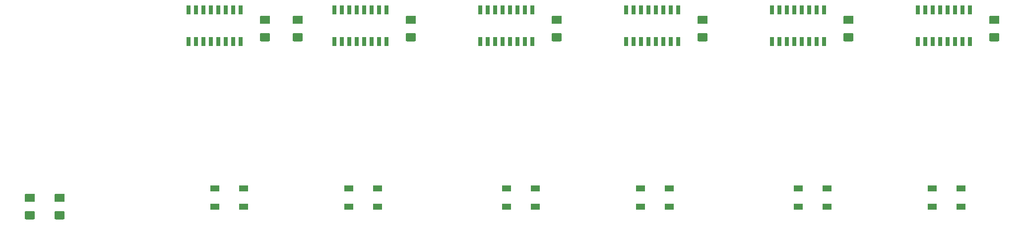
<source format=gbr>
G04 #@! TF.GenerationSoftware,KiCad,Pcbnew,(5.1.4)-1*
G04 #@! TF.CreationDate,2020-02-10T21:29:39-05:00*
G04 #@! TF.ProjectId,xmas,786d6173-2e6b-4696-9361-645f70636258,rev?*
G04 #@! TF.SameCoordinates,Original*
G04 #@! TF.FileFunction,Paste,Top*
G04 #@! TF.FilePolarity,Positive*
%FSLAX46Y46*%
G04 Gerber Fmt 4.6, Leading zero omitted, Abs format (unit mm)*
G04 Created by KiCad (PCBNEW (5.1.4)-1) date 2020-02-10 21:29:39*
%MOMM*%
%LPD*%
G04 APERTURE LIST*
%ADD10R,0.650000X1.525000*%
%ADD11C,0.100000*%
%ADD12C,1.425000*%
%ADD13R,1.500000X1.000000*%
G04 APERTURE END LIST*
D10*
X80391000Y-64688000D03*
X81661000Y-64688000D03*
X82931000Y-64688000D03*
X84201000Y-64688000D03*
X85471000Y-64688000D03*
X86741000Y-64688000D03*
X88011000Y-64688000D03*
X89281000Y-64688000D03*
X89281000Y-59264000D03*
X88011000Y-59264000D03*
X86741000Y-59264000D03*
X85471000Y-59264000D03*
X84201000Y-59264000D03*
X82931000Y-59264000D03*
X81661000Y-59264000D03*
X80391000Y-59264000D03*
D11*
G36*
X69229504Y-63260204D02*
G01*
X69253773Y-63263804D01*
X69277571Y-63269765D01*
X69300671Y-63278030D01*
X69322849Y-63288520D01*
X69343893Y-63301133D01*
X69363598Y-63315747D01*
X69381777Y-63332223D01*
X69398253Y-63350402D01*
X69412867Y-63370107D01*
X69425480Y-63391151D01*
X69435970Y-63413329D01*
X69444235Y-63436429D01*
X69450196Y-63460227D01*
X69453796Y-63484496D01*
X69455000Y-63509000D01*
X69455000Y-64434000D01*
X69453796Y-64458504D01*
X69450196Y-64482773D01*
X69444235Y-64506571D01*
X69435970Y-64529671D01*
X69425480Y-64551849D01*
X69412867Y-64572893D01*
X69398253Y-64592598D01*
X69381777Y-64610777D01*
X69363598Y-64627253D01*
X69343893Y-64641867D01*
X69322849Y-64654480D01*
X69300671Y-64664970D01*
X69277571Y-64673235D01*
X69253773Y-64679196D01*
X69229504Y-64682796D01*
X69205000Y-64684000D01*
X67955000Y-64684000D01*
X67930496Y-64682796D01*
X67906227Y-64679196D01*
X67882429Y-64673235D01*
X67859329Y-64664970D01*
X67837151Y-64654480D01*
X67816107Y-64641867D01*
X67796402Y-64627253D01*
X67778223Y-64610777D01*
X67761747Y-64592598D01*
X67747133Y-64572893D01*
X67734520Y-64551849D01*
X67724030Y-64529671D01*
X67715765Y-64506571D01*
X67709804Y-64482773D01*
X67706204Y-64458504D01*
X67705000Y-64434000D01*
X67705000Y-63509000D01*
X67706204Y-63484496D01*
X67709804Y-63460227D01*
X67715765Y-63436429D01*
X67724030Y-63413329D01*
X67734520Y-63391151D01*
X67747133Y-63370107D01*
X67761747Y-63350402D01*
X67778223Y-63332223D01*
X67796402Y-63315747D01*
X67816107Y-63301133D01*
X67837151Y-63288520D01*
X67859329Y-63278030D01*
X67882429Y-63269765D01*
X67906227Y-63263804D01*
X67930496Y-63260204D01*
X67955000Y-63259000D01*
X69205000Y-63259000D01*
X69229504Y-63260204D01*
X69229504Y-63260204D01*
G37*
D12*
X68580000Y-63971500D03*
D11*
G36*
X69229504Y-60285204D02*
G01*
X69253773Y-60288804D01*
X69277571Y-60294765D01*
X69300671Y-60303030D01*
X69322849Y-60313520D01*
X69343893Y-60326133D01*
X69363598Y-60340747D01*
X69381777Y-60357223D01*
X69398253Y-60375402D01*
X69412867Y-60395107D01*
X69425480Y-60416151D01*
X69435970Y-60438329D01*
X69444235Y-60461429D01*
X69450196Y-60485227D01*
X69453796Y-60509496D01*
X69455000Y-60534000D01*
X69455000Y-61459000D01*
X69453796Y-61483504D01*
X69450196Y-61507773D01*
X69444235Y-61531571D01*
X69435970Y-61554671D01*
X69425480Y-61576849D01*
X69412867Y-61597893D01*
X69398253Y-61617598D01*
X69381777Y-61635777D01*
X69363598Y-61652253D01*
X69343893Y-61666867D01*
X69322849Y-61679480D01*
X69300671Y-61689970D01*
X69277571Y-61698235D01*
X69253773Y-61704196D01*
X69229504Y-61707796D01*
X69205000Y-61709000D01*
X67955000Y-61709000D01*
X67930496Y-61707796D01*
X67906227Y-61704196D01*
X67882429Y-61698235D01*
X67859329Y-61689970D01*
X67837151Y-61679480D01*
X67816107Y-61666867D01*
X67796402Y-61652253D01*
X67778223Y-61635777D01*
X67761747Y-61617598D01*
X67747133Y-61597893D01*
X67734520Y-61576849D01*
X67724030Y-61554671D01*
X67715765Y-61531571D01*
X67709804Y-61507773D01*
X67706204Y-61483504D01*
X67705000Y-61459000D01*
X67705000Y-60534000D01*
X67706204Y-60509496D01*
X67709804Y-60485227D01*
X67715765Y-60461429D01*
X67724030Y-60438329D01*
X67734520Y-60416151D01*
X67747133Y-60395107D01*
X67761747Y-60375402D01*
X67778223Y-60357223D01*
X67796402Y-60340747D01*
X67816107Y-60326133D01*
X67837151Y-60313520D01*
X67859329Y-60303030D01*
X67882429Y-60294765D01*
X67906227Y-60288804D01*
X67930496Y-60285204D01*
X67955000Y-60284000D01*
X69205000Y-60284000D01*
X69229504Y-60285204D01*
X69229504Y-60285204D01*
G37*
D12*
X68580000Y-60996500D03*
D11*
G36*
X94121504Y-60285204D02*
G01*
X94145773Y-60288804D01*
X94169571Y-60294765D01*
X94192671Y-60303030D01*
X94214849Y-60313520D01*
X94235893Y-60326133D01*
X94255598Y-60340747D01*
X94273777Y-60357223D01*
X94290253Y-60375402D01*
X94304867Y-60395107D01*
X94317480Y-60416151D01*
X94327970Y-60438329D01*
X94336235Y-60461429D01*
X94342196Y-60485227D01*
X94345796Y-60509496D01*
X94347000Y-60534000D01*
X94347000Y-61459000D01*
X94345796Y-61483504D01*
X94342196Y-61507773D01*
X94336235Y-61531571D01*
X94327970Y-61554671D01*
X94317480Y-61576849D01*
X94304867Y-61597893D01*
X94290253Y-61617598D01*
X94273777Y-61635777D01*
X94255598Y-61652253D01*
X94235893Y-61666867D01*
X94214849Y-61679480D01*
X94192671Y-61689970D01*
X94169571Y-61698235D01*
X94145773Y-61704196D01*
X94121504Y-61707796D01*
X94097000Y-61709000D01*
X92847000Y-61709000D01*
X92822496Y-61707796D01*
X92798227Y-61704196D01*
X92774429Y-61698235D01*
X92751329Y-61689970D01*
X92729151Y-61679480D01*
X92708107Y-61666867D01*
X92688402Y-61652253D01*
X92670223Y-61635777D01*
X92653747Y-61617598D01*
X92639133Y-61597893D01*
X92626520Y-61576849D01*
X92616030Y-61554671D01*
X92607765Y-61531571D01*
X92601804Y-61507773D01*
X92598204Y-61483504D01*
X92597000Y-61459000D01*
X92597000Y-60534000D01*
X92598204Y-60509496D01*
X92601804Y-60485227D01*
X92607765Y-60461429D01*
X92616030Y-60438329D01*
X92626520Y-60416151D01*
X92639133Y-60395107D01*
X92653747Y-60375402D01*
X92670223Y-60357223D01*
X92688402Y-60340747D01*
X92708107Y-60326133D01*
X92729151Y-60313520D01*
X92751329Y-60303030D01*
X92774429Y-60294765D01*
X92798227Y-60288804D01*
X92822496Y-60285204D01*
X92847000Y-60284000D01*
X94097000Y-60284000D01*
X94121504Y-60285204D01*
X94121504Y-60285204D01*
G37*
D12*
X93472000Y-60996500D03*
D11*
G36*
X94121504Y-63260204D02*
G01*
X94145773Y-63263804D01*
X94169571Y-63269765D01*
X94192671Y-63278030D01*
X94214849Y-63288520D01*
X94235893Y-63301133D01*
X94255598Y-63315747D01*
X94273777Y-63332223D01*
X94290253Y-63350402D01*
X94304867Y-63370107D01*
X94317480Y-63391151D01*
X94327970Y-63413329D01*
X94336235Y-63436429D01*
X94342196Y-63460227D01*
X94345796Y-63484496D01*
X94347000Y-63509000D01*
X94347000Y-64434000D01*
X94345796Y-64458504D01*
X94342196Y-64482773D01*
X94336235Y-64506571D01*
X94327970Y-64529671D01*
X94317480Y-64551849D01*
X94304867Y-64572893D01*
X94290253Y-64592598D01*
X94273777Y-64610777D01*
X94255598Y-64627253D01*
X94235893Y-64641867D01*
X94214849Y-64654480D01*
X94192671Y-64664970D01*
X94169571Y-64673235D01*
X94145773Y-64679196D01*
X94121504Y-64682796D01*
X94097000Y-64684000D01*
X92847000Y-64684000D01*
X92822496Y-64682796D01*
X92798227Y-64679196D01*
X92774429Y-64673235D01*
X92751329Y-64664970D01*
X92729151Y-64654480D01*
X92708107Y-64641867D01*
X92688402Y-64627253D01*
X92670223Y-64610777D01*
X92653747Y-64592598D01*
X92639133Y-64572893D01*
X92626520Y-64551849D01*
X92616030Y-64529671D01*
X92607765Y-64506571D01*
X92601804Y-64482773D01*
X92598204Y-64458504D01*
X92597000Y-64434000D01*
X92597000Y-63509000D01*
X92598204Y-63484496D01*
X92601804Y-63460227D01*
X92607765Y-63436429D01*
X92616030Y-63413329D01*
X92626520Y-63391151D01*
X92639133Y-63370107D01*
X92653747Y-63350402D01*
X92670223Y-63332223D01*
X92688402Y-63315747D01*
X92708107Y-63301133D01*
X92729151Y-63288520D01*
X92751329Y-63278030D01*
X92774429Y-63269765D01*
X92798227Y-63263804D01*
X92822496Y-63260204D01*
X92847000Y-63259000D01*
X94097000Y-63259000D01*
X94121504Y-63260204D01*
X94121504Y-63260204D01*
G37*
D12*
X93472000Y-63971500D03*
D11*
G36*
X119013504Y-63260204D02*
G01*
X119037773Y-63263804D01*
X119061571Y-63269765D01*
X119084671Y-63278030D01*
X119106849Y-63288520D01*
X119127893Y-63301133D01*
X119147598Y-63315747D01*
X119165777Y-63332223D01*
X119182253Y-63350402D01*
X119196867Y-63370107D01*
X119209480Y-63391151D01*
X119219970Y-63413329D01*
X119228235Y-63436429D01*
X119234196Y-63460227D01*
X119237796Y-63484496D01*
X119239000Y-63509000D01*
X119239000Y-64434000D01*
X119237796Y-64458504D01*
X119234196Y-64482773D01*
X119228235Y-64506571D01*
X119219970Y-64529671D01*
X119209480Y-64551849D01*
X119196867Y-64572893D01*
X119182253Y-64592598D01*
X119165777Y-64610777D01*
X119147598Y-64627253D01*
X119127893Y-64641867D01*
X119106849Y-64654480D01*
X119084671Y-64664970D01*
X119061571Y-64673235D01*
X119037773Y-64679196D01*
X119013504Y-64682796D01*
X118989000Y-64684000D01*
X117739000Y-64684000D01*
X117714496Y-64682796D01*
X117690227Y-64679196D01*
X117666429Y-64673235D01*
X117643329Y-64664970D01*
X117621151Y-64654480D01*
X117600107Y-64641867D01*
X117580402Y-64627253D01*
X117562223Y-64610777D01*
X117545747Y-64592598D01*
X117531133Y-64572893D01*
X117518520Y-64551849D01*
X117508030Y-64529671D01*
X117499765Y-64506571D01*
X117493804Y-64482773D01*
X117490204Y-64458504D01*
X117489000Y-64434000D01*
X117489000Y-63509000D01*
X117490204Y-63484496D01*
X117493804Y-63460227D01*
X117499765Y-63436429D01*
X117508030Y-63413329D01*
X117518520Y-63391151D01*
X117531133Y-63370107D01*
X117545747Y-63350402D01*
X117562223Y-63332223D01*
X117580402Y-63315747D01*
X117600107Y-63301133D01*
X117621151Y-63288520D01*
X117643329Y-63278030D01*
X117666429Y-63269765D01*
X117690227Y-63263804D01*
X117714496Y-63260204D01*
X117739000Y-63259000D01*
X118989000Y-63259000D01*
X119013504Y-63260204D01*
X119013504Y-63260204D01*
G37*
D12*
X118364000Y-63971500D03*
D11*
G36*
X119013504Y-60285204D02*
G01*
X119037773Y-60288804D01*
X119061571Y-60294765D01*
X119084671Y-60303030D01*
X119106849Y-60313520D01*
X119127893Y-60326133D01*
X119147598Y-60340747D01*
X119165777Y-60357223D01*
X119182253Y-60375402D01*
X119196867Y-60395107D01*
X119209480Y-60416151D01*
X119219970Y-60438329D01*
X119228235Y-60461429D01*
X119234196Y-60485227D01*
X119237796Y-60509496D01*
X119239000Y-60534000D01*
X119239000Y-61459000D01*
X119237796Y-61483504D01*
X119234196Y-61507773D01*
X119228235Y-61531571D01*
X119219970Y-61554671D01*
X119209480Y-61576849D01*
X119196867Y-61597893D01*
X119182253Y-61617598D01*
X119165777Y-61635777D01*
X119147598Y-61652253D01*
X119127893Y-61666867D01*
X119106849Y-61679480D01*
X119084671Y-61689970D01*
X119061571Y-61698235D01*
X119037773Y-61704196D01*
X119013504Y-61707796D01*
X118989000Y-61709000D01*
X117739000Y-61709000D01*
X117714496Y-61707796D01*
X117690227Y-61704196D01*
X117666429Y-61698235D01*
X117643329Y-61689970D01*
X117621151Y-61679480D01*
X117600107Y-61666867D01*
X117580402Y-61652253D01*
X117562223Y-61635777D01*
X117545747Y-61617598D01*
X117531133Y-61597893D01*
X117518520Y-61576849D01*
X117508030Y-61554671D01*
X117499765Y-61531571D01*
X117493804Y-61507773D01*
X117490204Y-61483504D01*
X117489000Y-61459000D01*
X117489000Y-60534000D01*
X117490204Y-60509496D01*
X117493804Y-60485227D01*
X117499765Y-60461429D01*
X117508030Y-60438329D01*
X117518520Y-60416151D01*
X117531133Y-60395107D01*
X117545747Y-60375402D01*
X117562223Y-60357223D01*
X117580402Y-60340747D01*
X117600107Y-60326133D01*
X117621151Y-60313520D01*
X117643329Y-60303030D01*
X117666429Y-60294765D01*
X117690227Y-60288804D01*
X117714496Y-60285204D01*
X117739000Y-60284000D01*
X118989000Y-60284000D01*
X119013504Y-60285204D01*
X119013504Y-60285204D01*
G37*
D12*
X118364000Y-60996500D03*
D11*
G36*
X143905504Y-60285204D02*
G01*
X143929773Y-60288804D01*
X143953571Y-60294765D01*
X143976671Y-60303030D01*
X143998849Y-60313520D01*
X144019893Y-60326133D01*
X144039598Y-60340747D01*
X144057777Y-60357223D01*
X144074253Y-60375402D01*
X144088867Y-60395107D01*
X144101480Y-60416151D01*
X144111970Y-60438329D01*
X144120235Y-60461429D01*
X144126196Y-60485227D01*
X144129796Y-60509496D01*
X144131000Y-60534000D01*
X144131000Y-61459000D01*
X144129796Y-61483504D01*
X144126196Y-61507773D01*
X144120235Y-61531571D01*
X144111970Y-61554671D01*
X144101480Y-61576849D01*
X144088867Y-61597893D01*
X144074253Y-61617598D01*
X144057777Y-61635777D01*
X144039598Y-61652253D01*
X144019893Y-61666867D01*
X143998849Y-61679480D01*
X143976671Y-61689970D01*
X143953571Y-61698235D01*
X143929773Y-61704196D01*
X143905504Y-61707796D01*
X143881000Y-61709000D01*
X142631000Y-61709000D01*
X142606496Y-61707796D01*
X142582227Y-61704196D01*
X142558429Y-61698235D01*
X142535329Y-61689970D01*
X142513151Y-61679480D01*
X142492107Y-61666867D01*
X142472402Y-61652253D01*
X142454223Y-61635777D01*
X142437747Y-61617598D01*
X142423133Y-61597893D01*
X142410520Y-61576849D01*
X142400030Y-61554671D01*
X142391765Y-61531571D01*
X142385804Y-61507773D01*
X142382204Y-61483504D01*
X142381000Y-61459000D01*
X142381000Y-60534000D01*
X142382204Y-60509496D01*
X142385804Y-60485227D01*
X142391765Y-60461429D01*
X142400030Y-60438329D01*
X142410520Y-60416151D01*
X142423133Y-60395107D01*
X142437747Y-60375402D01*
X142454223Y-60357223D01*
X142472402Y-60340747D01*
X142492107Y-60326133D01*
X142513151Y-60313520D01*
X142535329Y-60303030D01*
X142558429Y-60294765D01*
X142582227Y-60288804D01*
X142606496Y-60285204D01*
X142631000Y-60284000D01*
X143881000Y-60284000D01*
X143905504Y-60285204D01*
X143905504Y-60285204D01*
G37*
D12*
X143256000Y-60996500D03*
D11*
G36*
X143905504Y-63260204D02*
G01*
X143929773Y-63263804D01*
X143953571Y-63269765D01*
X143976671Y-63278030D01*
X143998849Y-63288520D01*
X144019893Y-63301133D01*
X144039598Y-63315747D01*
X144057777Y-63332223D01*
X144074253Y-63350402D01*
X144088867Y-63370107D01*
X144101480Y-63391151D01*
X144111970Y-63413329D01*
X144120235Y-63436429D01*
X144126196Y-63460227D01*
X144129796Y-63484496D01*
X144131000Y-63509000D01*
X144131000Y-64434000D01*
X144129796Y-64458504D01*
X144126196Y-64482773D01*
X144120235Y-64506571D01*
X144111970Y-64529671D01*
X144101480Y-64551849D01*
X144088867Y-64572893D01*
X144074253Y-64592598D01*
X144057777Y-64610777D01*
X144039598Y-64627253D01*
X144019893Y-64641867D01*
X143998849Y-64654480D01*
X143976671Y-64664970D01*
X143953571Y-64673235D01*
X143929773Y-64679196D01*
X143905504Y-64682796D01*
X143881000Y-64684000D01*
X142631000Y-64684000D01*
X142606496Y-64682796D01*
X142582227Y-64679196D01*
X142558429Y-64673235D01*
X142535329Y-64664970D01*
X142513151Y-64654480D01*
X142492107Y-64641867D01*
X142472402Y-64627253D01*
X142454223Y-64610777D01*
X142437747Y-64592598D01*
X142423133Y-64572893D01*
X142410520Y-64551849D01*
X142400030Y-64529671D01*
X142391765Y-64506571D01*
X142385804Y-64482773D01*
X142382204Y-64458504D01*
X142381000Y-64434000D01*
X142381000Y-63509000D01*
X142382204Y-63484496D01*
X142385804Y-63460227D01*
X142391765Y-63436429D01*
X142400030Y-63413329D01*
X142410520Y-63391151D01*
X142423133Y-63370107D01*
X142437747Y-63350402D01*
X142454223Y-63332223D01*
X142472402Y-63315747D01*
X142492107Y-63301133D01*
X142513151Y-63288520D01*
X142535329Y-63278030D01*
X142558429Y-63269765D01*
X142582227Y-63263804D01*
X142606496Y-63260204D01*
X142631000Y-63259000D01*
X143881000Y-63259000D01*
X143905504Y-63260204D01*
X143905504Y-63260204D01*
G37*
D12*
X143256000Y-63971500D03*
D11*
G36*
X168797504Y-63260204D02*
G01*
X168821773Y-63263804D01*
X168845571Y-63269765D01*
X168868671Y-63278030D01*
X168890849Y-63288520D01*
X168911893Y-63301133D01*
X168931598Y-63315747D01*
X168949777Y-63332223D01*
X168966253Y-63350402D01*
X168980867Y-63370107D01*
X168993480Y-63391151D01*
X169003970Y-63413329D01*
X169012235Y-63436429D01*
X169018196Y-63460227D01*
X169021796Y-63484496D01*
X169023000Y-63509000D01*
X169023000Y-64434000D01*
X169021796Y-64458504D01*
X169018196Y-64482773D01*
X169012235Y-64506571D01*
X169003970Y-64529671D01*
X168993480Y-64551849D01*
X168980867Y-64572893D01*
X168966253Y-64592598D01*
X168949777Y-64610777D01*
X168931598Y-64627253D01*
X168911893Y-64641867D01*
X168890849Y-64654480D01*
X168868671Y-64664970D01*
X168845571Y-64673235D01*
X168821773Y-64679196D01*
X168797504Y-64682796D01*
X168773000Y-64684000D01*
X167523000Y-64684000D01*
X167498496Y-64682796D01*
X167474227Y-64679196D01*
X167450429Y-64673235D01*
X167427329Y-64664970D01*
X167405151Y-64654480D01*
X167384107Y-64641867D01*
X167364402Y-64627253D01*
X167346223Y-64610777D01*
X167329747Y-64592598D01*
X167315133Y-64572893D01*
X167302520Y-64551849D01*
X167292030Y-64529671D01*
X167283765Y-64506571D01*
X167277804Y-64482773D01*
X167274204Y-64458504D01*
X167273000Y-64434000D01*
X167273000Y-63509000D01*
X167274204Y-63484496D01*
X167277804Y-63460227D01*
X167283765Y-63436429D01*
X167292030Y-63413329D01*
X167302520Y-63391151D01*
X167315133Y-63370107D01*
X167329747Y-63350402D01*
X167346223Y-63332223D01*
X167364402Y-63315747D01*
X167384107Y-63301133D01*
X167405151Y-63288520D01*
X167427329Y-63278030D01*
X167450429Y-63269765D01*
X167474227Y-63263804D01*
X167498496Y-63260204D01*
X167523000Y-63259000D01*
X168773000Y-63259000D01*
X168797504Y-63260204D01*
X168797504Y-63260204D01*
G37*
D12*
X168148000Y-63971500D03*
D11*
G36*
X168797504Y-60285204D02*
G01*
X168821773Y-60288804D01*
X168845571Y-60294765D01*
X168868671Y-60303030D01*
X168890849Y-60313520D01*
X168911893Y-60326133D01*
X168931598Y-60340747D01*
X168949777Y-60357223D01*
X168966253Y-60375402D01*
X168980867Y-60395107D01*
X168993480Y-60416151D01*
X169003970Y-60438329D01*
X169012235Y-60461429D01*
X169018196Y-60485227D01*
X169021796Y-60509496D01*
X169023000Y-60534000D01*
X169023000Y-61459000D01*
X169021796Y-61483504D01*
X169018196Y-61507773D01*
X169012235Y-61531571D01*
X169003970Y-61554671D01*
X168993480Y-61576849D01*
X168980867Y-61597893D01*
X168966253Y-61617598D01*
X168949777Y-61635777D01*
X168931598Y-61652253D01*
X168911893Y-61666867D01*
X168890849Y-61679480D01*
X168868671Y-61689970D01*
X168845571Y-61698235D01*
X168821773Y-61704196D01*
X168797504Y-61707796D01*
X168773000Y-61709000D01*
X167523000Y-61709000D01*
X167498496Y-61707796D01*
X167474227Y-61704196D01*
X167450429Y-61698235D01*
X167427329Y-61689970D01*
X167405151Y-61679480D01*
X167384107Y-61666867D01*
X167364402Y-61652253D01*
X167346223Y-61635777D01*
X167329747Y-61617598D01*
X167315133Y-61597893D01*
X167302520Y-61576849D01*
X167292030Y-61554671D01*
X167283765Y-61531571D01*
X167277804Y-61507773D01*
X167274204Y-61483504D01*
X167273000Y-61459000D01*
X167273000Y-60534000D01*
X167274204Y-60509496D01*
X167277804Y-60485227D01*
X167283765Y-60461429D01*
X167292030Y-60438329D01*
X167302520Y-60416151D01*
X167315133Y-60395107D01*
X167329747Y-60375402D01*
X167346223Y-60357223D01*
X167364402Y-60340747D01*
X167384107Y-60326133D01*
X167405151Y-60313520D01*
X167427329Y-60303030D01*
X167450429Y-60294765D01*
X167474227Y-60288804D01*
X167498496Y-60285204D01*
X167523000Y-60284000D01*
X168773000Y-60284000D01*
X168797504Y-60285204D01*
X168797504Y-60285204D01*
G37*
D12*
X168148000Y-60996500D03*
D11*
G36*
X193689504Y-60285204D02*
G01*
X193713773Y-60288804D01*
X193737571Y-60294765D01*
X193760671Y-60303030D01*
X193782849Y-60313520D01*
X193803893Y-60326133D01*
X193823598Y-60340747D01*
X193841777Y-60357223D01*
X193858253Y-60375402D01*
X193872867Y-60395107D01*
X193885480Y-60416151D01*
X193895970Y-60438329D01*
X193904235Y-60461429D01*
X193910196Y-60485227D01*
X193913796Y-60509496D01*
X193915000Y-60534000D01*
X193915000Y-61459000D01*
X193913796Y-61483504D01*
X193910196Y-61507773D01*
X193904235Y-61531571D01*
X193895970Y-61554671D01*
X193885480Y-61576849D01*
X193872867Y-61597893D01*
X193858253Y-61617598D01*
X193841777Y-61635777D01*
X193823598Y-61652253D01*
X193803893Y-61666867D01*
X193782849Y-61679480D01*
X193760671Y-61689970D01*
X193737571Y-61698235D01*
X193713773Y-61704196D01*
X193689504Y-61707796D01*
X193665000Y-61709000D01*
X192415000Y-61709000D01*
X192390496Y-61707796D01*
X192366227Y-61704196D01*
X192342429Y-61698235D01*
X192319329Y-61689970D01*
X192297151Y-61679480D01*
X192276107Y-61666867D01*
X192256402Y-61652253D01*
X192238223Y-61635777D01*
X192221747Y-61617598D01*
X192207133Y-61597893D01*
X192194520Y-61576849D01*
X192184030Y-61554671D01*
X192175765Y-61531571D01*
X192169804Y-61507773D01*
X192166204Y-61483504D01*
X192165000Y-61459000D01*
X192165000Y-60534000D01*
X192166204Y-60509496D01*
X192169804Y-60485227D01*
X192175765Y-60461429D01*
X192184030Y-60438329D01*
X192194520Y-60416151D01*
X192207133Y-60395107D01*
X192221747Y-60375402D01*
X192238223Y-60357223D01*
X192256402Y-60340747D01*
X192276107Y-60326133D01*
X192297151Y-60313520D01*
X192319329Y-60303030D01*
X192342429Y-60294765D01*
X192366227Y-60288804D01*
X192390496Y-60285204D01*
X192415000Y-60284000D01*
X193665000Y-60284000D01*
X193689504Y-60285204D01*
X193689504Y-60285204D01*
G37*
D12*
X193040000Y-60996500D03*
D11*
G36*
X193689504Y-63260204D02*
G01*
X193713773Y-63263804D01*
X193737571Y-63269765D01*
X193760671Y-63278030D01*
X193782849Y-63288520D01*
X193803893Y-63301133D01*
X193823598Y-63315747D01*
X193841777Y-63332223D01*
X193858253Y-63350402D01*
X193872867Y-63370107D01*
X193885480Y-63391151D01*
X193895970Y-63413329D01*
X193904235Y-63436429D01*
X193910196Y-63460227D01*
X193913796Y-63484496D01*
X193915000Y-63509000D01*
X193915000Y-64434000D01*
X193913796Y-64458504D01*
X193910196Y-64482773D01*
X193904235Y-64506571D01*
X193895970Y-64529671D01*
X193885480Y-64551849D01*
X193872867Y-64572893D01*
X193858253Y-64592598D01*
X193841777Y-64610777D01*
X193823598Y-64627253D01*
X193803893Y-64641867D01*
X193782849Y-64654480D01*
X193760671Y-64664970D01*
X193737571Y-64673235D01*
X193713773Y-64679196D01*
X193689504Y-64682796D01*
X193665000Y-64684000D01*
X192415000Y-64684000D01*
X192390496Y-64682796D01*
X192366227Y-64679196D01*
X192342429Y-64673235D01*
X192319329Y-64664970D01*
X192297151Y-64654480D01*
X192276107Y-64641867D01*
X192256402Y-64627253D01*
X192238223Y-64610777D01*
X192221747Y-64592598D01*
X192207133Y-64572893D01*
X192194520Y-64551849D01*
X192184030Y-64529671D01*
X192175765Y-64506571D01*
X192169804Y-64482773D01*
X192166204Y-64458504D01*
X192165000Y-64434000D01*
X192165000Y-63509000D01*
X192166204Y-63484496D01*
X192169804Y-63460227D01*
X192175765Y-63436429D01*
X192184030Y-63413329D01*
X192194520Y-63391151D01*
X192207133Y-63370107D01*
X192221747Y-63350402D01*
X192238223Y-63332223D01*
X192256402Y-63315747D01*
X192276107Y-63301133D01*
X192297151Y-63288520D01*
X192319329Y-63278030D01*
X192342429Y-63269765D01*
X192366227Y-63263804D01*
X192390496Y-63260204D01*
X192415000Y-63259000D01*
X193665000Y-63259000D01*
X193689504Y-63260204D01*
X193689504Y-63260204D01*
G37*
D12*
X193040000Y-63971500D03*
D13*
X60034000Y-89840000D03*
X60034000Y-93040000D03*
X64934000Y-89840000D03*
X64934000Y-93040000D03*
X87794000Y-93040000D03*
X87794000Y-89840000D03*
X82894000Y-93040000D03*
X82894000Y-89840000D03*
X114718000Y-93040000D03*
X114718000Y-89840000D03*
X109818000Y-93040000D03*
X109818000Y-89840000D03*
X132678000Y-89840000D03*
X132678000Y-93040000D03*
X137578000Y-89840000D03*
X137578000Y-93040000D03*
X164502000Y-93040000D03*
X164502000Y-89840000D03*
X159602000Y-93040000D03*
X159602000Y-89840000D03*
X182462000Y-89840000D03*
X182462000Y-93040000D03*
X187362000Y-89840000D03*
X187362000Y-93040000D03*
D10*
X55499000Y-59264000D03*
X56769000Y-59264000D03*
X58039000Y-59264000D03*
X59309000Y-59264000D03*
X60579000Y-59264000D03*
X61849000Y-59264000D03*
X63119000Y-59264000D03*
X64389000Y-59264000D03*
X64389000Y-64688000D03*
X63119000Y-64688000D03*
X61849000Y-64688000D03*
X60579000Y-64688000D03*
X59309000Y-64688000D03*
X58039000Y-64688000D03*
X56769000Y-64688000D03*
X55499000Y-64688000D03*
X105283000Y-59264000D03*
X106553000Y-59264000D03*
X107823000Y-59264000D03*
X109093000Y-59264000D03*
X110363000Y-59264000D03*
X111633000Y-59264000D03*
X112903000Y-59264000D03*
X114173000Y-59264000D03*
X114173000Y-64688000D03*
X112903000Y-64688000D03*
X111633000Y-64688000D03*
X110363000Y-64688000D03*
X109093000Y-64688000D03*
X107823000Y-64688000D03*
X106553000Y-64688000D03*
X105283000Y-64688000D03*
X130175000Y-64688000D03*
X131445000Y-64688000D03*
X132715000Y-64688000D03*
X133985000Y-64688000D03*
X135255000Y-64688000D03*
X136525000Y-64688000D03*
X137795000Y-64688000D03*
X139065000Y-64688000D03*
X139065000Y-59264000D03*
X137795000Y-59264000D03*
X136525000Y-59264000D03*
X135255000Y-59264000D03*
X133985000Y-59264000D03*
X132715000Y-59264000D03*
X131445000Y-59264000D03*
X130175000Y-59264000D03*
X155067000Y-64688000D03*
X156337000Y-64688000D03*
X157607000Y-64688000D03*
X158877000Y-64688000D03*
X160147000Y-64688000D03*
X161417000Y-64688000D03*
X162687000Y-64688000D03*
X163957000Y-64688000D03*
X163957000Y-59264000D03*
X162687000Y-59264000D03*
X161417000Y-59264000D03*
X160147000Y-59264000D03*
X158877000Y-59264000D03*
X157607000Y-59264000D03*
X156337000Y-59264000D03*
X155067000Y-59264000D03*
X179959000Y-59264000D03*
X181229000Y-59264000D03*
X182499000Y-59264000D03*
X183769000Y-59264000D03*
X185039000Y-59264000D03*
X186309000Y-59264000D03*
X187579000Y-59264000D03*
X188849000Y-59264000D03*
X188849000Y-64688000D03*
X187579000Y-64688000D03*
X186309000Y-64688000D03*
X185039000Y-64688000D03*
X183769000Y-64688000D03*
X182499000Y-64688000D03*
X181229000Y-64688000D03*
X179959000Y-64688000D03*
D11*
G36*
X74817504Y-60285204D02*
G01*
X74841773Y-60288804D01*
X74865571Y-60294765D01*
X74888671Y-60303030D01*
X74910849Y-60313520D01*
X74931893Y-60326133D01*
X74951598Y-60340747D01*
X74969777Y-60357223D01*
X74986253Y-60375402D01*
X75000867Y-60395107D01*
X75013480Y-60416151D01*
X75023970Y-60438329D01*
X75032235Y-60461429D01*
X75038196Y-60485227D01*
X75041796Y-60509496D01*
X75043000Y-60534000D01*
X75043000Y-61459000D01*
X75041796Y-61483504D01*
X75038196Y-61507773D01*
X75032235Y-61531571D01*
X75023970Y-61554671D01*
X75013480Y-61576849D01*
X75000867Y-61597893D01*
X74986253Y-61617598D01*
X74969777Y-61635777D01*
X74951598Y-61652253D01*
X74931893Y-61666867D01*
X74910849Y-61679480D01*
X74888671Y-61689970D01*
X74865571Y-61698235D01*
X74841773Y-61704196D01*
X74817504Y-61707796D01*
X74793000Y-61709000D01*
X73543000Y-61709000D01*
X73518496Y-61707796D01*
X73494227Y-61704196D01*
X73470429Y-61698235D01*
X73447329Y-61689970D01*
X73425151Y-61679480D01*
X73404107Y-61666867D01*
X73384402Y-61652253D01*
X73366223Y-61635777D01*
X73349747Y-61617598D01*
X73335133Y-61597893D01*
X73322520Y-61576849D01*
X73312030Y-61554671D01*
X73303765Y-61531571D01*
X73297804Y-61507773D01*
X73294204Y-61483504D01*
X73293000Y-61459000D01*
X73293000Y-60534000D01*
X73294204Y-60509496D01*
X73297804Y-60485227D01*
X73303765Y-60461429D01*
X73312030Y-60438329D01*
X73322520Y-60416151D01*
X73335133Y-60395107D01*
X73349747Y-60375402D01*
X73366223Y-60357223D01*
X73384402Y-60340747D01*
X73404107Y-60326133D01*
X73425151Y-60313520D01*
X73447329Y-60303030D01*
X73470429Y-60294765D01*
X73494227Y-60288804D01*
X73518496Y-60285204D01*
X73543000Y-60284000D01*
X74793000Y-60284000D01*
X74817504Y-60285204D01*
X74817504Y-60285204D01*
G37*
D12*
X74168000Y-60996500D03*
D11*
G36*
X74817504Y-63260204D02*
G01*
X74841773Y-63263804D01*
X74865571Y-63269765D01*
X74888671Y-63278030D01*
X74910849Y-63288520D01*
X74931893Y-63301133D01*
X74951598Y-63315747D01*
X74969777Y-63332223D01*
X74986253Y-63350402D01*
X75000867Y-63370107D01*
X75013480Y-63391151D01*
X75023970Y-63413329D01*
X75032235Y-63436429D01*
X75038196Y-63460227D01*
X75041796Y-63484496D01*
X75043000Y-63509000D01*
X75043000Y-64434000D01*
X75041796Y-64458504D01*
X75038196Y-64482773D01*
X75032235Y-64506571D01*
X75023970Y-64529671D01*
X75013480Y-64551849D01*
X75000867Y-64572893D01*
X74986253Y-64592598D01*
X74969777Y-64610777D01*
X74951598Y-64627253D01*
X74931893Y-64641867D01*
X74910849Y-64654480D01*
X74888671Y-64664970D01*
X74865571Y-64673235D01*
X74841773Y-64679196D01*
X74817504Y-64682796D01*
X74793000Y-64684000D01*
X73543000Y-64684000D01*
X73518496Y-64682796D01*
X73494227Y-64679196D01*
X73470429Y-64673235D01*
X73447329Y-64664970D01*
X73425151Y-64654480D01*
X73404107Y-64641867D01*
X73384402Y-64627253D01*
X73366223Y-64610777D01*
X73349747Y-64592598D01*
X73335133Y-64572893D01*
X73322520Y-64551849D01*
X73312030Y-64529671D01*
X73303765Y-64506571D01*
X73297804Y-64482773D01*
X73294204Y-64458504D01*
X73293000Y-64434000D01*
X73293000Y-63509000D01*
X73294204Y-63484496D01*
X73297804Y-63460227D01*
X73303765Y-63436429D01*
X73312030Y-63413329D01*
X73322520Y-63391151D01*
X73335133Y-63370107D01*
X73349747Y-63350402D01*
X73366223Y-63332223D01*
X73384402Y-63315747D01*
X73404107Y-63301133D01*
X73425151Y-63288520D01*
X73447329Y-63278030D01*
X73470429Y-63269765D01*
X73494227Y-63263804D01*
X73518496Y-63260204D01*
X73543000Y-63259000D01*
X74793000Y-63259000D01*
X74817504Y-63260204D01*
X74817504Y-63260204D01*
G37*
D12*
X74168000Y-63971500D03*
D11*
G36*
X34177504Y-93740204D02*
G01*
X34201773Y-93743804D01*
X34225571Y-93749765D01*
X34248671Y-93758030D01*
X34270849Y-93768520D01*
X34291893Y-93781133D01*
X34311598Y-93795747D01*
X34329777Y-93812223D01*
X34346253Y-93830402D01*
X34360867Y-93850107D01*
X34373480Y-93871151D01*
X34383970Y-93893329D01*
X34392235Y-93916429D01*
X34398196Y-93940227D01*
X34401796Y-93964496D01*
X34403000Y-93989000D01*
X34403000Y-94914000D01*
X34401796Y-94938504D01*
X34398196Y-94962773D01*
X34392235Y-94986571D01*
X34383970Y-95009671D01*
X34373480Y-95031849D01*
X34360867Y-95052893D01*
X34346253Y-95072598D01*
X34329777Y-95090777D01*
X34311598Y-95107253D01*
X34291893Y-95121867D01*
X34270849Y-95134480D01*
X34248671Y-95144970D01*
X34225571Y-95153235D01*
X34201773Y-95159196D01*
X34177504Y-95162796D01*
X34153000Y-95164000D01*
X32903000Y-95164000D01*
X32878496Y-95162796D01*
X32854227Y-95159196D01*
X32830429Y-95153235D01*
X32807329Y-95144970D01*
X32785151Y-95134480D01*
X32764107Y-95121867D01*
X32744402Y-95107253D01*
X32726223Y-95090777D01*
X32709747Y-95072598D01*
X32695133Y-95052893D01*
X32682520Y-95031849D01*
X32672030Y-95009671D01*
X32663765Y-94986571D01*
X32657804Y-94962773D01*
X32654204Y-94938504D01*
X32653000Y-94914000D01*
X32653000Y-93989000D01*
X32654204Y-93964496D01*
X32657804Y-93940227D01*
X32663765Y-93916429D01*
X32672030Y-93893329D01*
X32682520Y-93871151D01*
X32695133Y-93850107D01*
X32709747Y-93830402D01*
X32726223Y-93812223D01*
X32744402Y-93795747D01*
X32764107Y-93781133D01*
X32785151Y-93768520D01*
X32807329Y-93758030D01*
X32830429Y-93749765D01*
X32854227Y-93743804D01*
X32878496Y-93740204D01*
X32903000Y-93739000D01*
X34153000Y-93739000D01*
X34177504Y-93740204D01*
X34177504Y-93740204D01*
G37*
D12*
X33528000Y-94451500D03*
D11*
G36*
X34177504Y-90765204D02*
G01*
X34201773Y-90768804D01*
X34225571Y-90774765D01*
X34248671Y-90783030D01*
X34270849Y-90793520D01*
X34291893Y-90806133D01*
X34311598Y-90820747D01*
X34329777Y-90837223D01*
X34346253Y-90855402D01*
X34360867Y-90875107D01*
X34373480Y-90896151D01*
X34383970Y-90918329D01*
X34392235Y-90941429D01*
X34398196Y-90965227D01*
X34401796Y-90989496D01*
X34403000Y-91014000D01*
X34403000Y-91939000D01*
X34401796Y-91963504D01*
X34398196Y-91987773D01*
X34392235Y-92011571D01*
X34383970Y-92034671D01*
X34373480Y-92056849D01*
X34360867Y-92077893D01*
X34346253Y-92097598D01*
X34329777Y-92115777D01*
X34311598Y-92132253D01*
X34291893Y-92146867D01*
X34270849Y-92159480D01*
X34248671Y-92169970D01*
X34225571Y-92178235D01*
X34201773Y-92184196D01*
X34177504Y-92187796D01*
X34153000Y-92189000D01*
X32903000Y-92189000D01*
X32878496Y-92187796D01*
X32854227Y-92184196D01*
X32830429Y-92178235D01*
X32807329Y-92169970D01*
X32785151Y-92159480D01*
X32764107Y-92146867D01*
X32744402Y-92132253D01*
X32726223Y-92115777D01*
X32709747Y-92097598D01*
X32695133Y-92077893D01*
X32682520Y-92056849D01*
X32672030Y-92034671D01*
X32663765Y-92011571D01*
X32657804Y-91987773D01*
X32654204Y-91963504D01*
X32653000Y-91939000D01*
X32653000Y-91014000D01*
X32654204Y-90989496D01*
X32657804Y-90965227D01*
X32663765Y-90941429D01*
X32672030Y-90918329D01*
X32682520Y-90896151D01*
X32695133Y-90875107D01*
X32709747Y-90855402D01*
X32726223Y-90837223D01*
X32744402Y-90820747D01*
X32764107Y-90806133D01*
X32785151Y-90793520D01*
X32807329Y-90783030D01*
X32830429Y-90774765D01*
X32854227Y-90768804D01*
X32878496Y-90765204D01*
X32903000Y-90764000D01*
X34153000Y-90764000D01*
X34177504Y-90765204D01*
X34177504Y-90765204D01*
G37*
D12*
X33528000Y-91476500D03*
D11*
G36*
X29097504Y-90765204D02*
G01*
X29121773Y-90768804D01*
X29145571Y-90774765D01*
X29168671Y-90783030D01*
X29190849Y-90793520D01*
X29211893Y-90806133D01*
X29231598Y-90820747D01*
X29249777Y-90837223D01*
X29266253Y-90855402D01*
X29280867Y-90875107D01*
X29293480Y-90896151D01*
X29303970Y-90918329D01*
X29312235Y-90941429D01*
X29318196Y-90965227D01*
X29321796Y-90989496D01*
X29323000Y-91014000D01*
X29323000Y-91939000D01*
X29321796Y-91963504D01*
X29318196Y-91987773D01*
X29312235Y-92011571D01*
X29303970Y-92034671D01*
X29293480Y-92056849D01*
X29280867Y-92077893D01*
X29266253Y-92097598D01*
X29249777Y-92115777D01*
X29231598Y-92132253D01*
X29211893Y-92146867D01*
X29190849Y-92159480D01*
X29168671Y-92169970D01*
X29145571Y-92178235D01*
X29121773Y-92184196D01*
X29097504Y-92187796D01*
X29073000Y-92189000D01*
X27823000Y-92189000D01*
X27798496Y-92187796D01*
X27774227Y-92184196D01*
X27750429Y-92178235D01*
X27727329Y-92169970D01*
X27705151Y-92159480D01*
X27684107Y-92146867D01*
X27664402Y-92132253D01*
X27646223Y-92115777D01*
X27629747Y-92097598D01*
X27615133Y-92077893D01*
X27602520Y-92056849D01*
X27592030Y-92034671D01*
X27583765Y-92011571D01*
X27577804Y-91987773D01*
X27574204Y-91963504D01*
X27573000Y-91939000D01*
X27573000Y-91014000D01*
X27574204Y-90989496D01*
X27577804Y-90965227D01*
X27583765Y-90941429D01*
X27592030Y-90918329D01*
X27602520Y-90896151D01*
X27615133Y-90875107D01*
X27629747Y-90855402D01*
X27646223Y-90837223D01*
X27664402Y-90820747D01*
X27684107Y-90806133D01*
X27705151Y-90793520D01*
X27727329Y-90783030D01*
X27750429Y-90774765D01*
X27774227Y-90768804D01*
X27798496Y-90765204D01*
X27823000Y-90764000D01*
X29073000Y-90764000D01*
X29097504Y-90765204D01*
X29097504Y-90765204D01*
G37*
D12*
X28448000Y-91476500D03*
D11*
G36*
X29097504Y-93740204D02*
G01*
X29121773Y-93743804D01*
X29145571Y-93749765D01*
X29168671Y-93758030D01*
X29190849Y-93768520D01*
X29211893Y-93781133D01*
X29231598Y-93795747D01*
X29249777Y-93812223D01*
X29266253Y-93830402D01*
X29280867Y-93850107D01*
X29293480Y-93871151D01*
X29303970Y-93893329D01*
X29312235Y-93916429D01*
X29318196Y-93940227D01*
X29321796Y-93964496D01*
X29323000Y-93989000D01*
X29323000Y-94914000D01*
X29321796Y-94938504D01*
X29318196Y-94962773D01*
X29312235Y-94986571D01*
X29303970Y-95009671D01*
X29293480Y-95031849D01*
X29280867Y-95052893D01*
X29266253Y-95072598D01*
X29249777Y-95090777D01*
X29231598Y-95107253D01*
X29211893Y-95121867D01*
X29190849Y-95134480D01*
X29168671Y-95144970D01*
X29145571Y-95153235D01*
X29121773Y-95159196D01*
X29097504Y-95162796D01*
X29073000Y-95164000D01*
X27823000Y-95164000D01*
X27798496Y-95162796D01*
X27774227Y-95159196D01*
X27750429Y-95153235D01*
X27727329Y-95144970D01*
X27705151Y-95134480D01*
X27684107Y-95121867D01*
X27664402Y-95107253D01*
X27646223Y-95090777D01*
X27629747Y-95072598D01*
X27615133Y-95052893D01*
X27602520Y-95031849D01*
X27592030Y-95009671D01*
X27583765Y-94986571D01*
X27577804Y-94962773D01*
X27574204Y-94938504D01*
X27573000Y-94914000D01*
X27573000Y-93989000D01*
X27574204Y-93964496D01*
X27577804Y-93940227D01*
X27583765Y-93916429D01*
X27592030Y-93893329D01*
X27602520Y-93871151D01*
X27615133Y-93850107D01*
X27629747Y-93830402D01*
X27646223Y-93812223D01*
X27664402Y-93795747D01*
X27684107Y-93781133D01*
X27705151Y-93768520D01*
X27727329Y-93758030D01*
X27750429Y-93749765D01*
X27774227Y-93743804D01*
X27798496Y-93740204D01*
X27823000Y-93739000D01*
X29073000Y-93739000D01*
X29097504Y-93740204D01*
X29097504Y-93740204D01*
G37*
D12*
X28448000Y-94451500D03*
M02*

</source>
